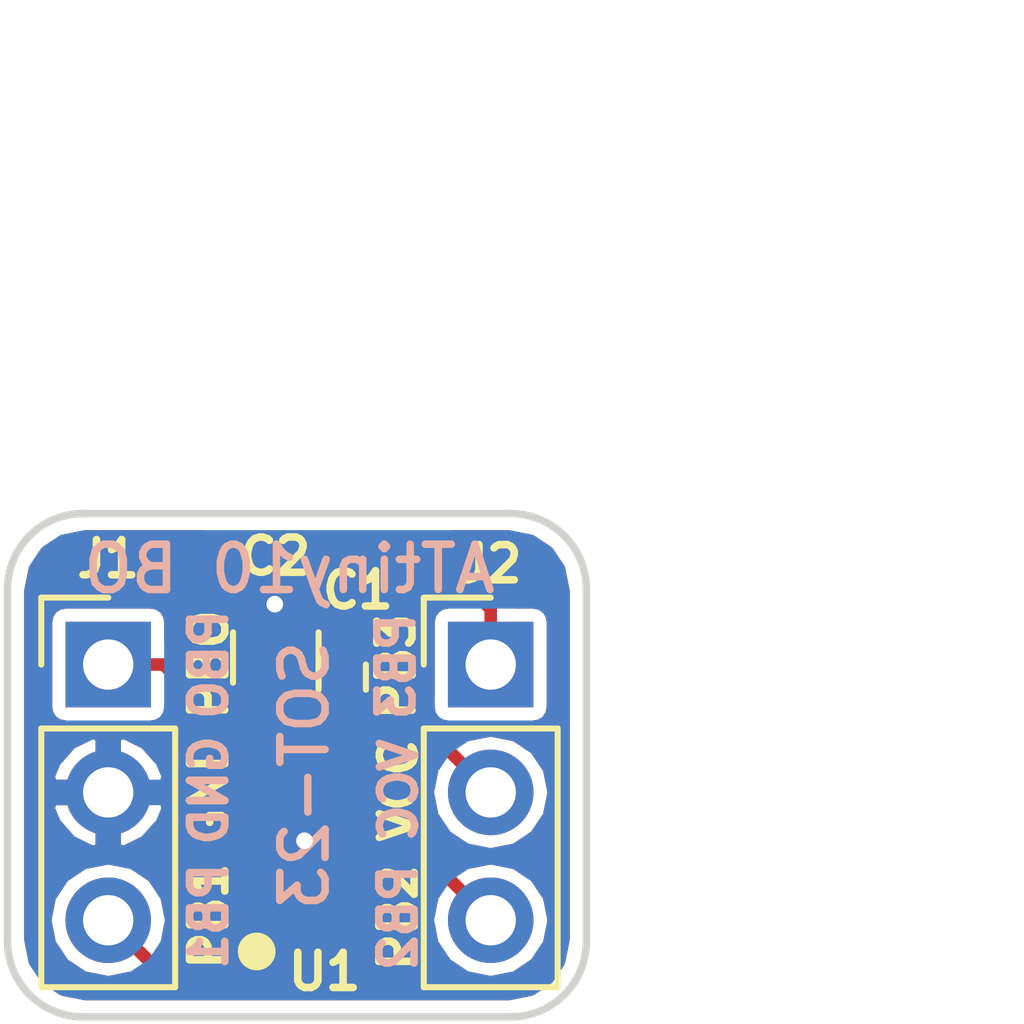
<source format=kicad_pcb>
(kicad_pcb (version 4) (host pcbnew 4.0.7-e2-6376~61~ubuntu18.04.1)

  (general
    (links 10)
    (no_connects 8)
    (area 144.924999 99.924999 156.575001 110.075001)
    (thickness 1.6002)
    (drawings 12)
    (tracks 27)
    (zones 0)
    (modules 5)
    (nets 7)
  )

  (page A4)
  (layers
    (0 F.Cu signal)
    (31 B.Cu power)
    (34 B.Paste user)
    (35 F.Paste user)
    (36 B.SilkS user)
    (37 F.SilkS user)
    (38 B.Mask user)
    (39 F.Mask user hide)
    (41 Cmts.User user)
    (44 Edge.Cuts user)
    (45 Margin user)
    (46 B.CrtYd user)
    (47 F.CrtYd user)
  )

  (setup
    (last_trace_width 0.1524)
    (trace_clearance 0.1524)
    (zone_clearance 0.254)
    (zone_45_only no)
    (trace_min 0.1524)
    (segment_width 0.2)
    (edge_width 0.15)
    (via_size 0.6858)
    (via_drill 0.3302)
    (via_min_size 0.6858)
    (via_min_drill 0.3302)
    (uvia_size 0.6858)
    (uvia_drill 0.3302)
    (uvias_allowed no)
    (uvia_min_size 0)
    (uvia_min_drill 0)
    (pcb_text_width 0.3)
    (pcb_text_size 1.5 1.5)
    (mod_edge_width 0.15)
    (mod_text_size 1 1)
    (mod_text_width 0.15)
    (pad_size 1.524 1.524)
    (pad_drill 0.762)
    (pad_to_mask_clearance 0.0508)
    (aux_axis_origin 0 0)
    (visible_elements FFFFFF7F)
    (pcbplotparams
      (layerselection 0x00030_80000001)
      (usegerberextensions false)
      (excludeedgelayer true)
      (linewidth 0.100000)
      (plotframeref false)
      (viasonmask false)
      (mode 1)
      (useauxorigin false)
      (hpglpennumber 1)
      (hpglpenspeed 20)
      (hpglpendiameter 15)
      (hpglpenoverlay 2)
      (psnegative false)
      (psa4output false)
      (plotreference true)
      (plotvalue true)
      (plotinvisibletext false)
      (padsonsilk false)
      (subtractmaskfromsilk false)
      (outputformat 1)
      (mirror false)
      (drillshape 1)
      (scaleselection 1)
      (outputdirectory ""))
  )

  (net 0 "")
  (net 1 /VCC)
  (net 2 /GND)
  (net 3 /PB0)
  (net 4 /PB1)
  (net 5 /PB3)
  (net 6 /PB2)

  (net_class Default "This is the default net class."
    (clearance 0.1524)
    (trace_width 0.1524)
    (via_dia 0.6858)
    (via_drill 0.3302)
    (uvia_dia 0.6858)
    (uvia_drill 0.3302)
  )

  (net_class 0.25mm ""
    (clearance 0.1524)
    (trace_width 0.25)
    (via_dia 0.6858)
    (via_drill 0.3302)
    (uvia_dia 0.6858)
    (uvia_drill 0.3302)
    (add_net /GND)
    (add_net /PB0)
    (add_net /PB1)
    (add_net /PB2)
    (add_net /PB3)
    (add_net /VCC)
  )

  (net_class 0.2mm ""
    (clearance 0.1524)
    (trace_width 0.2)
    (via_dia 0.6858)
    (via_drill 0.3302)
    (uvia_dia 0.6858)
    (uvia_drill 0.3302)
  )

  (net_class 0.5mm ""
    (clearance 0.1524)
    (trace_width 0.5)
    (via_dia 0.6858)
    (via_drill 0.3302)
    (uvia_dia 0.6858)
    (uvia_drill 0.3302)
  )

  (module Pin_Headers:Pin_Header_Straight_1x03_Pitch2.54mm (layer F.Cu) (tedit 5B3EEE63) (tstamp 5B3D84EF)
    (at 154.6 103)
    (descr "Through hole straight pin header, 1x03, 2.54mm pitch, single row")
    (tags "Through hole pin header THT 1x03 2.54mm single row")
    (path /5B3D82A1)
    (fp_text reference J2 (at 0 -2) (layer F.SilkS)
      (effects (font (size 0.7 0.7) (thickness 0.15)))
    )
    (fp_text value Conn_01x03 (at 0 7.41) (layer F.Fab)
      (effects (font (size 1 1) (thickness 0.15)))
    )
    (fp_text user PB3 (at -1.88 0.04 90) (layer F.SilkS)
      (effects (font (size 0.7 0.7) (thickness 0.15)))
    )
    (fp_line (start -0.635 -1.27) (end 1.27 -1.27) (layer F.Fab) (width 0.1))
    (fp_line (start 1.27 -1.27) (end 1.27 6.35) (layer F.Fab) (width 0.1))
    (fp_line (start 1.27 6.35) (end -1.27 6.35) (layer F.Fab) (width 0.1))
    (fp_line (start -1.27 6.35) (end -1.27 -0.635) (layer F.Fab) (width 0.1))
    (fp_line (start -1.27 -0.635) (end -0.635 -1.27) (layer F.Fab) (width 0.1))
    (fp_line (start -1.33 6.41) (end 1.33 6.41) (layer F.SilkS) (width 0.12))
    (fp_line (start -1.33 1.27) (end -1.33 6.41) (layer F.SilkS) (width 0.12))
    (fp_line (start 1.33 1.27) (end 1.33 6.41) (layer F.SilkS) (width 0.12))
    (fp_line (start -1.33 1.27) (end 1.33 1.27) (layer F.SilkS) (width 0.12))
    (fp_line (start -1.33 0) (end -1.33 -1.33) (layer F.SilkS) (width 0.12))
    (fp_line (start -1.33 -1.33) (end 0 -1.33) (layer F.SilkS) (width 0.12))
    (fp_line (start -1.8 -1.8) (end -1.8 6.85) (layer F.CrtYd) (width 0.05))
    (fp_line (start -1.8 6.85) (end 1.8 6.85) (layer F.CrtYd) (width 0.05))
    (fp_line (start 1.8 6.85) (end 1.8 -1.8) (layer F.CrtYd) (width 0.05))
    (fp_line (start 1.8 -1.8) (end -1.8 -1.8) (layer F.CrtYd) (width 0.05))
    (fp_text user %R (at 0 2.54 90) (layer F.Fab)
      (effects (font (size 1 1) (thickness 0.15)))
    )
    (fp_text user VCC (at -1.83 2.5 90) (layer B.SilkS)
      (effects (font (size 0.7 0.7) (thickness 0.15)) (justify mirror))
    )
    (fp_text user PB2 (at -1.84 5.03 90) (layer F.SilkS)
      (effects (font (size 0.7 0.7) (thickness 0.15)))
    )
    (fp_text user PB3 (at -1.88 0.04 90) (layer B.SilkS)
      (effects (font (size 0.7 0.7) (thickness 0.15)) (justify mirror))
    )
    (fp_text user VCC (at -1.83 2.5 90) (layer F.SilkS)
      (effects (font (size 0.7 0.7) (thickness 0.15)))
    )
    (fp_text user PB2 (at -1.84 5.03 90) (layer B.SilkS)
      (effects (font (size 0.7 0.7) (thickness 0.15)) (justify mirror))
    )
    (pad 1 thru_hole rect (at 0 0) (size 1.7 1.7) (drill 1) (layers *.Cu *.Mask)
      (net 5 /PB3))
    (pad 2 thru_hole oval (at 0 2.54) (size 1.7 1.7) (drill 1) (layers *.Cu *.Mask)
      (net 1 /VCC))
    (pad 3 thru_hole oval (at 0 5.08) (size 1.7 1.7) (drill 1) (layers *.Cu *.Mask)
      (net 6 /PB2))
    (model ${KISYS3DMOD}/Pin_Headers.3dshapes/Pin_Header_Straight_1x03_Pitch2.54mm.wrl
      (at (xyz 0 0 0))
      (scale (xyz 1 1 1))
      (rotate (xyz 0 0 0))
    )
  )

  (module Pin_Headers:Pin_Header_Straight_1x03_Pitch2.54mm (layer F.Cu) (tedit 5B3EEAC2) (tstamp 5B3D84E8)
    (at 147 103)
    (descr "Through hole straight pin header, 1x03, 2.54mm pitch, single row")
    (tags "Through hole pin header THT 1x03 2.54mm single row")
    (path /5B3D8242)
    (fp_text reference J1 (at 0 -2.1) (layer F.SilkS)
      (effects (font (size 0.7 0.7) (thickness 0.15)))
    )
    (fp_text value Conn_01x03 (at 0 7.41) (layer F.Fab)
      (effects (font (size 1 1) (thickness 0.15)))
    )
    (fp_text user PBO (at 2 0 90) (layer B.SilkS)
      (effects (font (size 0.7 0.7) (thickness 0.15)) (justify mirror))
    )
    (fp_line (start -0.635 -1.27) (end 1.27 -1.27) (layer F.Fab) (width 0.1))
    (fp_line (start 1.27 -1.27) (end 1.27 6.35) (layer F.Fab) (width 0.1))
    (fp_line (start 1.27 6.35) (end -1.27 6.35) (layer F.Fab) (width 0.1))
    (fp_line (start -1.27 6.35) (end -1.27 -0.635) (layer F.Fab) (width 0.1))
    (fp_line (start -1.27 -0.635) (end -0.635 -1.27) (layer F.Fab) (width 0.1))
    (fp_line (start -1.33 6.41) (end 1.33 6.41) (layer F.SilkS) (width 0.12))
    (fp_line (start -1.33 1.27) (end -1.33 6.41) (layer F.SilkS) (width 0.12))
    (fp_line (start 1.33 1.27) (end 1.33 6.41) (layer F.SilkS) (width 0.12))
    (fp_line (start -1.33 1.27) (end 1.33 1.27) (layer F.SilkS) (width 0.12))
    (fp_line (start -1.33 0) (end -1.33 -1.33) (layer F.SilkS) (width 0.12))
    (fp_line (start -1.33 -1.33) (end 0 -1.33) (layer F.SilkS) (width 0.12))
    (fp_line (start -1.8 -1.8) (end -1.8 6.85) (layer F.CrtYd) (width 0.05))
    (fp_line (start -1.8 6.85) (end 1.8 6.85) (layer F.CrtYd) (width 0.05))
    (fp_line (start 1.8 6.85) (end 1.8 -1.8) (layer F.CrtYd) (width 0.05))
    (fp_line (start 1.8 -1.8) (end -1.8 -1.8) (layer F.CrtYd) (width 0.05))
    (fp_text user %R (at 0 2.54 90) (layer F.Fab)
      (effects (font (size 1 1) (thickness 0.15)))
    )
    (fp_text user GND (at 2 2.5 90) (layer B.SilkS)
      (effects (font (size 0.7 0.7) (thickness 0.15)) (justify mirror))
    )
    (fp_text user PB1 (at 2 5 90) (layer F.SilkS)
      (effects (font (size 0.7 0.7) (thickness 0.15)))
    )
    (fp_text user PBO (at 2 0 90) (layer F.SilkS)
      (effects (font (size 0.7 0.7) (thickness 0.15)))
    )
    (fp_text user GND (at 2 2.5 90) (layer F.SilkS)
      (effects (font (size 0.7 0.7) (thickness 0.15)))
    )
    (fp_text user PB1 (at 2 5 90) (layer B.SilkS)
      (effects (font (size 0.7 0.7) (thickness 0.15)) (justify mirror))
    )
    (pad 1 thru_hole rect (at 0 0) (size 1.7 1.7) (drill 1) (layers *.Cu *.Mask)
      (net 3 /PB0))
    (pad 2 thru_hole oval (at 0 2.54) (size 1.7 1.7) (drill 1) (layers *.Cu *.Mask)
      (net 2 /GND))
    (pad 3 thru_hole oval (at 0 5.08) (size 1.7 1.7) (drill 1) (layers *.Cu *.Mask)
      (net 4 /PB1))
    (model ${KISYS3DMOD}/Pin_Headers.3dshapes/Pin_Header_Straight_1x03_Pitch2.54mm.wrl
      (at (xyz 0 0 0))
      (scale (xyz 1 1 1))
      (rotate (xyz 0 0 0))
    )
  )

  (module TO_SOT_Packages_SMD:SOT-23-6 (layer F.Cu) (tedit 5B3EE97E) (tstamp 5B3D84F9)
    (at 150.95 106.5 90)
    (descr "6-pin SOT-23 package")
    (tags SOT-23-6)
    (path /5B3D7E2B)
    (attr smd)
    (fp_text reference U1 (at -2.6 0.35 180) (layer F.SilkS)
      (effects (font (size 0.7 0.7) (thickness 0.15)))
    )
    (fp_text value ATTINY10-TS (at 0 2.9 90) (layer F.Fab)
      (effects (font (size 1 1) (thickness 0.15)))
    )
    (fp_line (start -2.2 -1) (end -2.2 -1) (layer F.SilkS) (width 0.75))
    (fp_text user %R (at 0 0 180) (layer F.Fab)
      (effects (font (size 0.5 0.5) (thickness 0.075)))
    )
    (fp_line (start 1.9 -1.8) (end -1.9 -1.8) (layer F.CrtYd) (width 0.05))
    (fp_line (start 1.9 1.8) (end 1.9 -1.8) (layer F.CrtYd) (width 0.05))
    (fp_line (start -1.9 1.8) (end 1.9 1.8) (layer F.CrtYd) (width 0.05))
    (fp_line (start -1.9 -1.8) (end -1.9 1.8) (layer F.CrtYd) (width 0.05))
    (fp_line (start -0.9 -0.9) (end -0.25 -1.55) (layer F.Fab) (width 0.1))
    (fp_line (start 0.9 -1.55) (end -0.25 -1.55) (layer F.Fab) (width 0.1))
    (fp_line (start -0.9 -0.9) (end -0.9 1.55) (layer F.Fab) (width 0.1))
    (fp_line (start 0.9 1.55) (end -0.9 1.55) (layer F.Fab) (width 0.1))
    (fp_line (start 0.9 -1.55) (end 0.9 1.55) (layer F.Fab) (width 0.1))
    (pad 1 smd rect (at -1.1 -0.95 90) (size 1.06 0.65) (layers F.Cu F.Paste F.Mask)
      (net 3 /PB0))
    (pad 2 smd rect (at -1.1 0 90) (size 1.06 0.65) (layers F.Cu F.Paste F.Mask)
      (net 2 /GND))
    (pad 3 smd rect (at -1.1 0.95 90) (size 1.06 0.65) (layers F.Cu F.Paste F.Mask)
      (net 4 /PB1))
    (pad 4 smd rect (at 1.1 0.95 90) (size 1.06 0.65) (layers F.Cu F.Paste F.Mask)
      (net 6 /PB2))
    (pad 6 smd rect (at 1.1 -0.95 90) (size 1.06 0.65) (layers F.Cu F.Paste F.Mask)
      (net 5 /PB3))
    (pad 5 smd rect (at 1.1 0 90) (size 1.06 0.65) (layers F.Cu F.Paste F.Mask)
      (net 1 /VCC))
    (model ${KISYS3DMOD}/TO_SOT_Packages_SMD.3dshapes/SOT-23-6.wrl
      (at (xyz 0 0 0))
      (scale (xyz 1 1 1))
      (rotate (xyz 0 0 0))
    )
  )

  (module Capacitors_SMD:C_0402 (layer F.Cu) (tedit 5B3DB7D4) (tstamp 5B3D84DB)
    (at 151.65 103.25 90)
    (descr "Capacitor SMD 0402, reflow soldering, AVX (see smccp.pdf)")
    (tags "capacitor 0402")
    (path /5B3D86F0)
    (attr smd)
    (fp_text reference C1 (at 1.73 0.31 180) (layer F.SilkS)
      (effects (font (size 0.7 0.7) (thickness 0.15)))
    )
    (fp_text value 100nF (at 0 1.27 90) (layer F.Fab)
      (effects (font (size 1 1) (thickness 0.15)))
    )
    (fp_text user %R (at 0 -1.27 90) (layer F.Fab)
      (effects (font (size 1 1) (thickness 0.15)))
    )
    (fp_line (start -0.5 0.25) (end -0.5 -0.25) (layer F.Fab) (width 0.1))
    (fp_line (start 0.5 0.25) (end -0.5 0.25) (layer F.Fab) (width 0.1))
    (fp_line (start 0.5 -0.25) (end 0.5 0.25) (layer F.Fab) (width 0.1))
    (fp_line (start -0.5 -0.25) (end 0.5 -0.25) (layer F.Fab) (width 0.1))
    (fp_line (start 0.25 -0.47) (end -0.25 -0.47) (layer F.SilkS) (width 0.12))
    (fp_line (start -0.25 0.47) (end 0.25 0.47) (layer F.SilkS) (width 0.12))
    (fp_line (start -1 -0.4) (end 1 -0.4) (layer F.CrtYd) (width 0.05))
    (fp_line (start -1 -0.4) (end -1 0.4) (layer F.CrtYd) (width 0.05))
    (fp_line (start 1 0.4) (end 1 -0.4) (layer F.CrtYd) (width 0.05))
    (fp_line (start 1 0.4) (end -1 0.4) (layer F.CrtYd) (width 0.05))
    (pad 1 smd rect (at -0.55 0 90) (size 0.6 0.5) (layers F.Cu F.Paste F.Mask)
      (net 1 /VCC))
    (pad 2 smd rect (at 0.55 0 90) (size 0.6 0.5) (layers F.Cu F.Paste F.Mask)
      (net 2 /GND))
    (model Capacitors_SMD.3dshapes/C_0402.wrl
      (at (xyz 0 0 0))
      (scale (xyz 1 1 1))
      (rotate (xyz 0 0 0))
    )
  )

  (module Capacitors_SMD:C_0805 (layer F.Cu) (tedit 5B3DB7DD) (tstamp 5B3D84E1)
    (at 150.33 102.86 90)
    (descr "Capacitor SMD 0805, reflow soldering, AVX (see smccp.pdf)")
    (tags "capacitor 0805")
    (path /5B3D8798)
    (attr smd)
    (fp_text reference C2 (at 2.01 -0.01 180) (layer F.SilkS)
      (effects (font (size 0.7 0.7) (thickness 0.15)))
    )
    (fp_text value 1uF (at 0 1.75 90) (layer F.Fab)
      (effects (font (size 1 1) (thickness 0.15)))
    )
    (fp_text user %R (at 0 -1.5 90) (layer F.Fab)
      (effects (font (size 1 1) (thickness 0.15)))
    )
    (fp_line (start -1 0.62) (end -1 -0.62) (layer F.Fab) (width 0.1))
    (fp_line (start 1 0.62) (end -1 0.62) (layer F.Fab) (width 0.1))
    (fp_line (start 1 -0.62) (end 1 0.62) (layer F.Fab) (width 0.1))
    (fp_line (start -1 -0.62) (end 1 -0.62) (layer F.Fab) (width 0.1))
    (fp_line (start 0.5 -0.85) (end -0.5 -0.85) (layer F.SilkS) (width 0.12))
    (fp_line (start -0.5 0.85) (end 0.5 0.85) (layer F.SilkS) (width 0.12))
    (fp_line (start -1.75 -0.88) (end 1.75 -0.88) (layer F.CrtYd) (width 0.05))
    (fp_line (start -1.75 -0.88) (end -1.75 0.87) (layer F.CrtYd) (width 0.05))
    (fp_line (start 1.75 0.87) (end 1.75 -0.88) (layer F.CrtYd) (width 0.05))
    (fp_line (start 1.75 0.87) (end -1.75 0.87) (layer F.CrtYd) (width 0.05))
    (pad 1 smd rect (at -1 0 90) (size 1 1.25) (layers F.Cu F.Paste F.Mask)
      (net 1 /VCC))
    (pad 2 smd rect (at 1 0 90) (size 1 1.25) (layers F.Cu F.Paste F.Mask)
      (net 2 /GND))
    (model Capacitors_SMD.3dshapes/C_0805.wrl
      (at (xyz 0 0 0))
      (scale (xyz 1 1 1))
      (rotate (xyz 0 0 0))
    )
  )

  (gr_text "ATtiny10 BO" (at 150.6 101.1) (layer B.SilkS) (tstamp 5B3EF0DB)
    (effects (font (size 0.9 0.9) (thickness 0.15)) (justify mirror))
  )
  (gr_text SOT-23 (at 150.9 105.2 90) (layer B.SilkS)
    (effects (font (size 0.9 0.9) (thickness 0.15)) (justify mirror))
  )
  (gr_arc (start 155 101.5) (end 155 100) (angle 90) (layer Edge.Cuts) (width 0.15))
  (gr_arc (start 155 108.5) (end 156.5 108.5) (angle 90) (layer Edge.Cuts) (width 0.15))
  (gr_arc (start 146.5 108.5) (end 146.5 110) (angle 90) (layer Edge.Cuts) (width 0.15))
  (gr_arc (start 146.5 101.5) (end 145 101.5) (angle 90) (layer Edge.Cuts) (width 0.15))
  (dimension 10 (width 0.3) (layer Cmts.User)
    (gr_text "10.000 mm" (at 162.528919 105 270) (layer Cmts.User)
      (effects (font (size 1.5 1.5) (thickness 0.3)))
    )
    (feature1 (pts (xy 156.678919 110) (xy 163.878919 110)))
    (feature2 (pts (xy 156.678919 100) (xy 163.878919 100)))
    (crossbar (pts (xy 161.178919 100) (xy 161.178919 110)))
    (arrow1a (pts (xy 161.178919 110) (xy 160.592498 108.873496)))
    (arrow1b (pts (xy 161.178919 110) (xy 161.76534 108.873496)))
    (arrow2a (pts (xy 161.178919 100) (xy 160.592498 101.126504)))
    (arrow2b (pts (xy 161.178919 100) (xy 161.76534 101.126504)))
  )
  (dimension 11.5 (width 0.3) (layer Cmts.User)
    (gr_text "11.500 mm" (at 150.75 91.65) (layer Cmts.User)
      (effects (font (size 1.5 1.5) (thickness 0.3)))
    )
    (feature1 (pts (xy 156.5 100) (xy 156.5 90.3)))
    (feature2 (pts (xy 145 100) (xy 145 90.3)))
    (crossbar (pts (xy 145 93) (xy 156.5 93)))
    (arrow1a (pts (xy 156.5 93) (xy 155.373496 93.586421)))
    (arrow1b (pts (xy 156.5 93) (xy 155.373496 92.413579)))
    (arrow2a (pts (xy 145 93) (xy 146.126504 93.586421)))
    (arrow2b (pts (xy 145 93) (xy 146.126504 92.413579)))
  )
  (gr_line (start 155 100) (end 146.5 100) (layer Edge.Cuts) (width 0.15))
  (gr_line (start 156.5 108.5) (end 156.5 101.5) (layer Edge.Cuts) (width 0.15))
  (gr_line (start 146.5 110) (end 155 110) (layer Edge.Cuts) (width 0.15))
  (gr_line (start 145 101.5) (end 145 108.5) (layer Edge.Cuts) (width 0.15))

  (segment (start 154.6 105.54) (end 153.11 104.05) (width 0.25) (layer F.Cu) (net 1))
  (segment (start 153.11 104.05) (end 151.7 104.05) (width 0.25) (layer F.Cu) (net 1))
  (segment (start 151.6 104.05) (end 151 104.05) (width 0.25) (layer F.Cu) (net 1))
  (segment (start 151 104.05) (end 150.55 104.05) (width 0.25) (layer F.Cu) (net 1))
  (segment (start 150.95 105.4) (end 150.95 104.1) (width 0.25) (layer F.Cu) (net 1))
  (segment (start 150.95 104.1) (end 151 104.05) (width 0.25) (layer F.Cu) (net 1))
  (segment (start 150.55 104.05) (end 150.2 103.7) (width 0.25) (layer F.Cu) (net 1))
  (via (at 150.31 101.8) (size 0.6858) (drill 0.3302) (layers F.Cu B.Cu) (net 2))
  (via (at 150.9 106.5) (size 0.6858) (drill 0.3302) (layers F.Cu B.Cu) (net 2))
  (segment (start 147 103) (end 148.1 103) (width 0.25) (layer F.Cu) (net 3))
  (segment (start 148.1 103) (end 148.5 103.4) (width 0.25) (layer F.Cu) (net 3))
  (segment (start 148.5 103.4) (end 148.5 107) (width 0.25) (layer F.Cu) (net 3))
  (segment (start 148.5 107) (end 149.1 107.6) (width 0.25) (layer F.Cu) (net 3))
  (segment (start 149.1 107.6) (end 150 107.6) (width 0.25) (layer F.Cu) (net 3))
  (segment (start 147 108.08) (end 147.849999 108.929999) (width 0.25) (layer F.Cu) (net 4))
  (segment (start 147.849999 108.929999) (end 151.350001 108.929999) (width 0.25) (layer F.Cu) (net 4))
  (segment (start 151.350001 108.929999) (end 151.9 108.38) (width 0.25) (layer F.Cu) (net 4))
  (segment (start 151.9 108.38) (end 151.9 107.6) (width 0.25) (layer F.Cu) (net 4))
  (segment (start 154.6 103) (end 154.6 101.9) (width 0.25) (layer F.Cu) (net 5))
  (segment (start 154.6 101.9) (end 153.6 100.9) (width 0.25) (layer F.Cu) (net 5))
  (segment (start 149.4 105.4) (end 150 105.4) (width 0.25) (layer F.Cu) (net 5))
  (segment (start 153.6 100.9) (end 149.1 100.9) (width 0.25) (layer F.Cu) (net 5))
  (segment (start 149.1 100.9) (end 149 101) (width 0.25) (layer F.Cu) (net 5))
  (segment (start 149 101) (end 149 105) (width 0.25) (layer F.Cu) (net 5))
  (segment (start 149 105) (end 149.4 105.4) (width 0.25) (layer F.Cu) (net 5))
  (segment (start 154.6 108.08) (end 151.92 105.4) (width 0.25) (layer F.Cu) (net 6))
  (segment (start 151.92 105.4) (end 151.9 105.4) (width 0.25) (layer F.Cu) (net 6))

  (zone (net 2) (net_name /GND) (layer B.Cu) (tstamp 0) (hatch edge 0.508)
    (connect_pads (clearance 0.254))
    (min_thickness 0.254)
    (fill yes (arc_segments 16) (thermal_gap 0.254) (thermal_bridge_width 0.508))
    (polygon
      (pts
        (xy 145 100) (xy 145 110) (xy 156.5 110) (xy 156.5 100)
      )
    )
    (filled_polygon
      (pts
        (xy 155.396103 100.543723) (xy 155.731902 100.768098) (xy 155.956277 101.103897) (xy 156.044 101.544913) (xy 156.044 108.455087)
        (xy 155.956277 108.896103) (xy 155.731902 109.231902) (xy 155.396103 109.456277) (xy 154.955088 109.544) (xy 146.544913 109.544)
        (xy 146.103897 109.456277) (xy 145.768098 109.231902) (xy 145.543723 108.896103) (xy 145.456 108.455088) (xy 145.456 108.08)
        (xy 145.744883 108.08) (xy 145.838587 108.551083) (xy 146.105435 108.950448) (xy 146.5048 109.217296) (xy 146.975883 109.311)
        (xy 147.024117 109.311) (xy 147.4952 109.217296) (xy 147.894565 108.950448) (xy 148.161413 108.551083) (xy 148.255117 108.08)
        (xy 153.344883 108.08) (xy 153.438587 108.551083) (xy 153.705435 108.950448) (xy 154.1048 109.217296) (xy 154.575883 109.311)
        (xy 154.624117 109.311) (xy 155.0952 109.217296) (xy 155.494565 108.950448) (xy 155.761413 108.551083) (xy 155.855117 108.08)
        (xy 155.761413 107.608917) (xy 155.494565 107.209552) (xy 155.0952 106.942704) (xy 154.624117 106.849) (xy 154.575883 106.849)
        (xy 154.1048 106.942704) (xy 153.705435 107.209552) (xy 153.438587 107.608917) (xy 153.344883 108.08) (xy 148.255117 108.08)
        (xy 148.161413 107.608917) (xy 147.894565 107.209552) (xy 147.4952 106.942704) (xy 147.024117 106.849) (xy 146.975883 106.849)
        (xy 146.5048 106.942704) (xy 146.105435 107.209552) (xy 145.838587 107.608917) (xy 145.744883 108.08) (xy 145.456 108.08)
        (xy 145.456 105.85698) (xy 145.810511 105.85698) (xy 145.934755 106.156964) (xy 146.251944 106.517652) (xy 146.683018 106.729501)
        (xy 146.873 106.669193) (xy 146.873 105.667) (xy 147.127 105.667) (xy 147.127 106.669193) (xy 147.316982 106.729501)
        (xy 147.748056 106.517652) (xy 148.065245 106.156964) (xy 148.189489 105.85698) (xy 148.128627 105.667) (xy 147.127 105.667)
        (xy 146.873 105.667) (xy 145.871373 105.667) (xy 145.810511 105.85698) (xy 145.456 105.85698) (xy 145.456 105.54)
        (xy 153.344883 105.54) (xy 153.438587 106.011083) (xy 153.705435 106.410448) (xy 154.1048 106.677296) (xy 154.575883 106.771)
        (xy 154.624117 106.771) (xy 155.0952 106.677296) (xy 155.494565 106.410448) (xy 155.761413 106.011083) (xy 155.855117 105.54)
        (xy 155.761413 105.068917) (xy 155.494565 104.669552) (xy 155.0952 104.402704) (xy 154.624117 104.309) (xy 154.575883 104.309)
        (xy 154.1048 104.402704) (xy 153.705435 104.669552) (xy 153.438587 105.068917) (xy 153.344883 105.54) (xy 145.456 105.54)
        (xy 145.456 105.22302) (xy 145.810511 105.22302) (xy 145.871373 105.413) (xy 146.873 105.413) (xy 146.873 104.410807)
        (xy 147.127 104.410807) (xy 147.127 105.413) (xy 148.128627 105.413) (xy 148.189489 105.22302) (xy 148.065245 104.923036)
        (xy 147.748056 104.562348) (xy 147.316982 104.350499) (xy 147.127 104.410807) (xy 146.873 104.410807) (xy 146.683018 104.350499)
        (xy 146.251944 104.562348) (xy 145.934755 104.923036) (xy 145.810511 105.22302) (xy 145.456 105.22302) (xy 145.456 102.15)
        (xy 145.761536 102.15) (xy 145.761536 103.85) (xy 145.788103 103.99119) (xy 145.871546 104.120865) (xy 145.998866 104.207859)
        (xy 146.15 104.238464) (xy 147.85 104.238464) (xy 147.99119 104.211897) (xy 148.120865 104.128454) (xy 148.207859 104.001134)
        (xy 148.238464 103.85) (xy 148.238464 102.15) (xy 153.361536 102.15) (xy 153.361536 103.85) (xy 153.388103 103.99119)
        (xy 153.471546 104.120865) (xy 153.598866 104.207859) (xy 153.75 104.238464) (xy 155.45 104.238464) (xy 155.59119 104.211897)
        (xy 155.720865 104.128454) (xy 155.807859 104.001134) (xy 155.838464 103.85) (xy 155.838464 102.15) (xy 155.811897 102.00881)
        (xy 155.728454 101.879135) (xy 155.601134 101.792141) (xy 155.45 101.761536) (xy 153.75 101.761536) (xy 153.60881 101.788103)
        (xy 153.479135 101.871546) (xy 153.392141 101.998866) (xy 153.361536 102.15) (xy 148.238464 102.15) (xy 148.211897 102.00881)
        (xy 148.128454 101.879135) (xy 148.001134 101.792141) (xy 147.85 101.761536) (xy 146.15 101.761536) (xy 146.00881 101.788103)
        (xy 145.879135 101.871546) (xy 145.792141 101.998866) (xy 145.761536 102.15) (xy 145.456 102.15) (xy 145.456 101.544912)
        (xy 145.543723 101.103897) (xy 145.768098 100.768098) (xy 146.103897 100.543723) (xy 146.544913 100.456) (xy 154.955088 100.456)
      )
    )
  )
  (zone (net 2) (net_name /GND) (layer F.Cu) (tstamp 0) (hatch edge 0.508)
    (connect_pads (clearance 0.254))
    (min_thickness 0.254)
    (fill yes (arc_segments 16) (thermal_gap 0.254) (thermal_bridge_width 0.508))
    (polygon
      (pts
        (xy 145 100) (xy 156.5 100) (xy 156.5 110) (xy 145 110)
      )
    )
    (filled_polygon
      (pts
        (xy 148.742204 100.542204) (xy 148.642204 100.642204) (xy 148.532517 100.806362) (xy 148.494 101) (xy 148.494 102.678408)
        (xy 148.457796 102.642204) (xy 148.293638 102.532517) (xy 148.238464 102.521542) (xy 148.238464 102.15) (xy 148.211897 102.00881)
        (xy 148.128454 101.879135) (xy 148.001134 101.792141) (xy 147.85 101.761536) (xy 146.15 101.761536) (xy 146.00881 101.788103)
        (xy 145.879135 101.871546) (xy 145.792141 101.998866) (xy 145.761536 102.15) (xy 145.761536 103.85) (xy 145.788103 103.99119)
        (xy 145.871546 104.120865) (xy 145.998866 104.207859) (xy 146.15 104.238464) (xy 147.85 104.238464) (xy 147.99119 104.211897)
        (xy 147.994 104.210089) (xy 147.994 104.842021) (xy 147.748056 104.562348) (xy 147.316982 104.350499) (xy 147.127 104.410807)
        (xy 147.127 105.413) (xy 147.147 105.413) (xy 147.147 105.667) (xy 147.127 105.667) (xy 147.127 106.669193)
        (xy 147.316982 106.729501) (xy 147.748056 106.517652) (xy 147.994 106.237979) (xy 147.994 107) (xy 148.032517 107.193638)
        (xy 148.142204 107.357796) (xy 148.742204 107.957796) (xy 148.906362 108.067483) (xy 149.1 108.106) (xy 149.286536 108.106)
        (xy 149.286536 108.13) (xy 149.313103 108.27119) (xy 149.396546 108.400865) (xy 149.430404 108.423999) (xy 148.186692 108.423999)
        (xy 148.255117 108.08) (xy 148.161413 107.608917) (xy 147.894565 107.209552) (xy 147.4952 106.942704) (xy 147.024117 106.849)
        (xy 146.975883 106.849) (xy 146.5048 106.942704) (xy 146.105435 107.209552) (xy 145.838587 107.608917) (xy 145.744883 108.08)
        (xy 145.838587 108.551083) (xy 146.105435 108.950448) (xy 146.5048 109.217296) (xy 146.975883 109.311) (xy 147.024117 109.311)
        (xy 147.433898 109.22949) (xy 147.492203 109.287795) (xy 147.656361 109.397482) (xy 147.849999 109.435999) (xy 151.350001 109.435999)
        (xy 151.543639 109.397482) (xy 151.707797 109.287795) (xy 152.257796 108.737796) (xy 152.367483 108.573638) (xy 152.386319 108.478945)
        (xy 152.495865 108.408454) (xy 152.582859 108.281134) (xy 152.613464 108.13) (xy 152.613464 107.07) (xy 152.586897 106.92881)
        (xy 152.503454 106.799135) (xy 152.376134 106.712141) (xy 152.225 106.681536) (xy 151.575 106.681536) (xy 151.43381 106.708103)
        (xy 151.419357 106.717403) (xy 151.350785 106.689) (xy 151.17225 106.689) (xy 151.077 106.78425) (xy 151.077 107.473)
        (xy 151.097 107.473) (xy 151.097 107.727) (xy 151.077 107.727) (xy 151.077 107.747) (xy 150.823 107.747)
        (xy 150.823 107.727) (xy 150.803 107.727) (xy 150.803 107.473) (xy 150.823 107.473) (xy 150.823 106.78425)
        (xy 150.72775 106.689) (xy 150.549215 106.689) (xy 150.482631 106.71658) (xy 150.476134 106.712141) (xy 150.325 106.681536)
        (xy 149.675 106.681536) (xy 149.53381 106.708103) (xy 149.404135 106.791546) (xy 149.317141 106.918866) (xy 149.286536 107.07)
        (xy 149.286536 107.070944) (xy 149.006 106.790408) (xy 149.006 105.721592) (xy 149.042204 105.757796) (xy 149.206362 105.867483)
        (xy 149.286536 105.883431) (xy 149.286536 105.93) (xy 149.313103 106.07119) (xy 149.396546 106.200865) (xy 149.523866 106.287859)
        (xy 149.675 106.318464) (xy 150.325 106.318464) (xy 150.46619 106.291897) (xy 150.473187 106.287395) (xy 150.473866 106.287859)
        (xy 150.625 106.318464) (xy 151.275 106.318464) (xy 151.41619 106.291897) (xy 151.423187 106.287395) (xy 151.423866 106.287859)
        (xy 151.575 106.318464) (xy 152.122872 106.318464) (xy 153.434396 107.629988) (xy 153.344883 108.08) (xy 153.438587 108.551083)
        (xy 153.705435 108.950448) (xy 154.1048 109.217296) (xy 154.575883 109.311) (xy 154.624117 109.311) (xy 155.0952 109.217296)
        (xy 155.494565 108.950448) (xy 155.761413 108.551083) (xy 155.855117 108.08) (xy 155.761413 107.608917) (xy 155.494565 107.209552)
        (xy 155.0952 106.942704) (xy 154.624117 106.849) (xy 154.575883 106.849) (xy 154.166102 106.93051) (xy 152.613464 105.377872)
        (xy 152.613464 104.87) (xy 152.586897 104.72881) (xy 152.503454 104.599135) (xy 152.440324 104.556) (xy 152.900408 104.556)
        (xy 153.434396 105.089988) (xy 153.344883 105.54) (xy 153.438587 106.011083) (xy 153.705435 106.410448) (xy 154.1048 106.677296)
        (xy 154.575883 106.771) (xy 154.624117 106.771) (xy 155.0952 106.677296) (xy 155.494565 106.410448) (xy 155.761413 106.011083)
        (xy 155.855117 105.54) (xy 155.761413 105.068917) (xy 155.494565 104.669552) (xy 155.0952 104.402704) (xy 154.624117 104.309)
        (xy 154.575883 104.309) (xy 154.166102 104.39051) (xy 154.014056 104.238464) (xy 155.45 104.238464) (xy 155.59119 104.211897)
        (xy 155.720865 104.128454) (xy 155.807859 104.001134) (xy 155.838464 103.85) (xy 155.838464 102.15) (xy 155.811897 102.00881)
        (xy 155.728454 101.879135) (xy 155.601134 101.792141) (xy 155.45 101.761536) (xy 155.078458 101.761536) (xy 155.067483 101.706362)
        (xy 154.957796 101.542204) (xy 153.957796 100.542204) (xy 153.828783 100.456) (xy 154.955088 100.456) (xy 155.396103 100.543723)
        (xy 155.731902 100.768098) (xy 155.956277 101.103897) (xy 156.044 101.544913) (xy 156.044 108.455087) (xy 155.956277 108.896103)
        (xy 155.731902 109.231902) (xy 155.396103 109.456277) (xy 154.955088 109.544) (xy 146.544913 109.544) (xy 146.103897 109.456277)
        (xy 145.768098 109.231902) (xy 145.543723 108.896103) (xy 145.456 108.455088) (xy 145.456 105.85698) (xy 145.810511 105.85698)
        (xy 145.934755 106.156964) (xy 146.251944 106.517652) (xy 146.683018 106.729501) (xy 146.873 106.669193) (xy 146.873 105.667)
        (xy 145.871373 105.667) (xy 145.810511 105.85698) (xy 145.456 105.85698) (xy 145.456 105.22302) (xy 145.810511 105.22302)
        (xy 145.871373 105.413) (xy 146.873 105.413) (xy 146.873 104.410807) (xy 146.683018 104.350499) (xy 146.251944 104.562348)
        (xy 145.934755 104.923036) (xy 145.810511 105.22302) (xy 145.456 105.22302) (xy 145.456 101.544912) (xy 145.543723 101.103897)
        (xy 145.768098 100.768098) (xy 146.103897 100.543723) (xy 146.544913 100.456) (xy 148.871217 100.456)
      )
    )
    (filled_polygon
      (pts
        (xy 153.746586 101.762178) (xy 153.60881 101.788103) (xy 153.479135 101.871546) (xy 153.392141 101.998866) (xy 153.361536 102.15)
        (xy 153.361536 103.621203) (xy 153.303638 103.582517) (xy 153.11 103.544) (xy 152.270193 103.544) (xy 152.24068 103.498135)
        (xy 152.272996 103.46582) (xy 152.331 103.325786) (xy 152.331 103.17225) (xy 152.23575 103.077) (xy 151.825 103.077)
        (xy 151.825 103.097) (xy 151.575 103.097) (xy 151.575 103.077) (xy 151.16425 103.077) (xy 151.145999 103.095251)
        (xy 151.103454 103.029135) (xy 150.976134 102.942141) (xy 150.825 102.911536) (xy 149.575 102.911536) (xy 149.506 102.924519)
        (xy 149.506 102.681) (xy 149.97775 102.681) (xy 150.073 102.58575) (xy 150.073 101.927) (xy 150.327 101.927)
        (xy 150.327 102.58575) (xy 150.42225 102.681) (xy 150.900785 102.681) (xy 151.040819 102.622996) (xy 151.069 102.594815)
        (xy 151.069 102.72775) (xy 151.16425 102.823) (xy 151.575 102.823) (xy 151.575 102.36425) (xy 151.825 102.36425)
        (xy 151.825 102.823) (xy 152.23575 102.823) (xy 152.331 102.72775) (xy 152.331 102.574214) (xy 152.272996 102.43418)
        (xy 152.165819 102.327004) (xy 152.025785 102.269) (xy 151.92025 102.269) (xy 151.825 102.36425) (xy 151.575 102.36425)
        (xy 151.47975 102.269) (xy 151.374215 102.269) (xy 151.234181 102.327004) (xy 151.206 102.355185) (xy 151.206 102.02225)
        (xy 151.11075 101.927) (xy 150.327 101.927) (xy 150.073 101.927) (xy 150.053 101.927) (xy 150.053 101.673)
        (xy 150.073 101.673) (xy 150.073 101.653) (xy 150.327 101.653) (xy 150.327 101.673) (xy 151.11075 101.673)
        (xy 151.206 101.57775) (xy 151.206 101.406) (xy 153.390408 101.406)
      )
    )
  )
)

</source>
